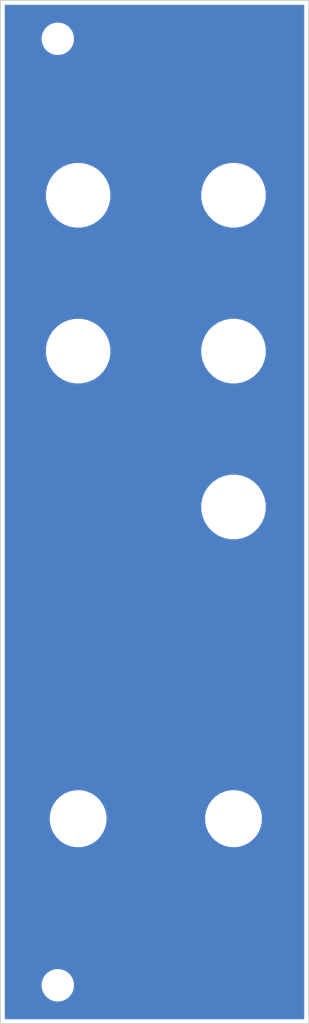
<source format=kicad_pcb>
(kicad_pcb (version 20171130) (host pcbnew 5.1.6-c6e7f7d~86~ubuntu20.04.1)

  (general
    (thickness 1.6)
    (drawings 11)
    (tracks 0)
    (zones 0)
    (modules 9)
    (nets 1)
  )

  (page A4)
  (title_block
    (title Metalizer)
    (date 2020-02-15)
    (rev R01)
    (comment 1 "Original design by Yves Usson")
    (comment 2 "PCB for panel")
    (comment 4 "License CC BY 4.0 - Attribution 4.0 International")
  )

  (layers
    (0 F.Cu signal)
    (31 B.Cu signal hide)
    (32 B.Adhes user)
    (33 F.Adhes user)
    (34 B.Paste user)
    (35 F.Paste user)
    (36 B.SilkS user)
    (37 F.SilkS user)
    (38 B.Mask user)
    (39 F.Mask user)
    (40 Dwgs.User user)
    (41 Cmts.User user)
    (42 Eco1.User user)
    (43 Eco2.User user)
    (44 Edge.Cuts user)
    (45 Margin user)
    (46 B.CrtYd user)
    (47 F.CrtYd user)
    (48 B.Fab user)
    (49 F.Fab user)
  )

  (setup
    (last_trace_width 0.25)
    (trace_clearance 0.2)
    (zone_clearance 0.508)
    (zone_45_only no)
    (trace_min 0.2)
    (via_size 0.8)
    (via_drill 0.4)
    (via_min_size 0.4)
    (via_min_drill 0.3)
    (uvia_size 0.3)
    (uvia_drill 0.1)
    (uvias_allowed no)
    (uvia_min_size 0.2)
    (uvia_min_drill 0.1)
    (edge_width 0.05)
    (segment_width 0.2)
    (pcb_text_width 0.3)
    (pcb_text_size 1.5 1.5)
    (mod_edge_width 0.12)
    (mod_text_size 1 1)
    (mod_text_width 0.15)
    (pad_size 3.2 3.2)
    (pad_drill 3.2)
    (pad_to_mask_clearance 0.051)
    (solder_mask_min_width 0.25)
    (aux_axis_origin 0 0)
    (visible_elements FFFFFF7F)
    (pcbplotparams
      (layerselection 0x010fc_ffffffff)
      (usegerberextensions false)
      (usegerberattributes false)
      (usegerberadvancedattributes false)
      (creategerberjobfile false)
      (excludeedgelayer true)
      (linewidth 0.100000)
      (plotframeref false)
      (viasonmask false)
      (mode 1)
      (useauxorigin false)
      (hpglpennumber 1)
      (hpglpenspeed 20)
      (hpglpendiameter 15.000000)
      (psnegative false)
      (psa4output false)
      (plotreference true)
      (plotvalue true)
      (plotinvisibletext false)
      (padsonsilk false)
      (subtractmaskfromsilk false)
      (outputformat 1)
      (mirror false)
      (drillshape 0)
      (scaleselection 1)
      (outputdirectory "gerbers"))
  )

  (net 0 "")

  (net_class Default "This is the default net class."
    (clearance 0.2)
    (trace_width 0.25)
    (via_dia 0.8)
    (via_drill 0.4)
    (uvia_dia 0.3)
    (uvia_drill 0.1)
  )

  (module elektrophon:panel_potentiometer (layer F.Cu) (tedit 5EE650CE) (tstamp 5E4009DE)
    (at 35.56 71.12)
    (descr "Mounting Hole 8.4mm, no annular, M8")
    (tags "mounting hole 8.4mm no annular m8")
    (path /5E400CC0)
    (attr virtual)
    (fp_text reference H2 (at 0 -9.4) (layer F.SilkS) hide
      (effects (font (size 1 1) (thickness 0.15)))
    )
    (fp_text value cv (at 0 9.144) (layer F.Mask)
      (effects (font (size 2 1.4) (thickness 0.25)))
    )
    (fp_text user %R (at 0.3 0) (layer F.Fab)
      (effects (font (size 1 1) (thickness 0.15)))
    )
    (fp_circle (center 0 0) (end 6.35 0) (layer Cmts.User) (width 0.15))
    (fp_circle (center 0 0) (end 6.6 0) (layer F.CrtYd) (width 0.05))
    (pad "" np_thru_hole circle (at 0 0) (size 7.4 7.4) (drill 7.4) (layers *.Cu *.Mask))
    (model ${KIPRJMOD}/../../../lib/kicad/models/ALPHA-RD901F-40.step
      (offset (xyz 0 0.5 -12))
      (scale (xyz 1 1 1))
      (rotate (xyz 0 0 0))
    )
  )

  (module elektrophon:panel_potentiometer (layer F.Cu) (tedit 5EE650CE) (tstamp 5E4009D6)
    (at 35.56 50.8)
    (descr "Mounting Hole 8.4mm, no annular, M8")
    (tags "mounting hole 8.4mm no annular m8")
    (path /5E400AEC)
    (attr virtual)
    (fp_text reference H1 (at 0 -9.4) (layer F.SilkS) hide
      (effects (font (size 1 1) (thickness 0.15)))
    )
    (fp_text value cv (at 0 9.144) (layer F.Mask)
      (effects (font (size 2 1.4) (thickness 0.25)))
    )
    (fp_text user %R (at 0.3 0) (layer F.Fab)
      (effects (font (size 1 1) (thickness 0.15)))
    )
    (fp_circle (center 0 0) (end 6.35 0) (layer Cmts.User) (width 0.15))
    (fp_circle (center 0 0) (end 6.6 0) (layer F.CrtYd) (width 0.05))
    (pad "" np_thru_hole circle (at 0 0) (size 7.4 7.4) (drill 7.4) (layers *.Cu *.Mask))
    (model ${KIPRJMOD}/../../../lib/kicad/models/ALPHA-RD901F-40.step
      (offset (xyz 0 0.5 -12))
      (scale (xyz 1 1 1))
      (rotate (xyz 0 0 0))
    )
  )

  (module elektrophon:panel_potentiometer (layer F.Cu) (tedit 5EE650CE) (tstamp 5D74AE4D)
    (at 55.88 50.8)
    (descr "Mounting Hole 8.4mm, no annular, M8")
    (tags "mounting hole 8.4mm no annular m8")
    (path /5D743CB7)
    (attr virtual)
    (fp_text reference H4 (at 0 -9.4) (layer F.SilkS) hide
      (effects (font (size 1 1) (thickness 0.15)))
    )
    (fp_text value atten (at 0 9.144) (layer F.Mask) hide
      (effects (font (size 2 1.4) (thickness 0.25)))
    )
    (fp_text user %R (at 0.3 0) (layer F.Fab) hide
      (effects (font (size 1 1) (thickness 0.15)))
    )
    (fp_circle (center 0 0) (end 6.35 0) (layer Cmts.User) (width 0.15))
    (fp_circle (center 0 0) (end 6.6 0) (layer F.CrtYd) (width 0.05))
    (pad "" np_thru_hole circle (at 0 0) (size 7.4 7.4) (drill 7.4) (layers *.Cu *.Mask))
    (model ${KIPRJMOD}/../../../lib/kicad/models/ALPHA-RD901F-40.step
      (offset (xyz 0 0.5 -12))
      (scale (xyz 1 1 1))
      (rotate (xyz 0 0 0))
    )
  )

  (module MountingHole:MountingHole_3.2mm_M3 (layer F.Cu) (tedit 56D1B4CB) (tstamp 5D74B485)
    (at 32.9 30.4)
    (descr "Mounting Hole 3.2mm, no annular, M3")
    (tags "mounting hole 3.2mm no annular m3")
    (path /5D74E4E8)
    (attr virtual)
    (fp_text reference H8 (at 0 -4.2) (layer F.SilkS) hide
      (effects (font (size 1 1) (thickness 0.15)))
    )
    (fp_text value MountingHole (at 0 4.2) (layer F.Fab) hide
      (effects (font (size 1 1) (thickness 0.15)))
    )
    (fp_text user %R (at 0.3 0) (layer F.Fab) hide
      (effects (font (size 1 1) (thickness 0.15)))
    )
    (fp_circle (center 0 0) (end 3.2 0) (layer Cmts.User) (width 0.15))
    (fp_circle (center 0 0) (end 3.45 0) (layer F.CrtYd) (width 0.05))
    (pad 1 np_thru_hole circle (at 0 0) (size 3.2 3.2) (drill 3.2) (layers *.Cu *.Mask))
  )

  (module MountingHole:MountingHole_3.2mm_M3 (layer F.Cu) (tedit 56D1B4CB) (tstamp 5D74B47D)
    (at 32.9 153.8)
    (descr "Mounting Hole 3.2mm, no annular, M3")
    (tags "mounting hole 3.2mm no annular m3")
    (path /5D74E339)
    (attr virtual)
    (fp_text reference H9 (at 0 -4.2) (layer F.SilkS) hide
      (effects (font (size 1 1) (thickness 0.15)))
    )
    (fp_text value MountingHole (at 0 4.2) (layer F.Fab) hide
      (effects (font (size 1 1) (thickness 0.15)))
    )
    (fp_text user %R (at 0.3 0) (layer F.Fab) hide
      (effects (font (size 1 1) (thickness 0.15)))
    )
    (fp_circle (center 0 0) (end 3.2 0) (layer Cmts.User) (width 0.15))
    (fp_circle (center 0 0) (end 3.45 0) (layer F.CrtYd) (width 0.05))
    (pad 1 np_thru_hole circle (at 0 0) (size 3.2 3.2) (drill 3.2) (layers *.Cu *.Mask))
  )

  (module elektrophon:panel_jack (layer F.Cu) (tedit 5DA46DDA) (tstamp 5D74AE6D)
    (at 55.88 132.08)
    (descr "Mounting Hole 8.4mm, no annular, M8")
    (tags "mounting hole 8.4mm no annular m8")
    (path /5D745729)
    (attr virtual)
    (fp_text reference H7 (at 0 -9.4) (layer F.SilkS) hide
      (effects (font (size 1 1) (thickness 0.15)))
    )
    (fp_text value OUT (at 0 9.144) (layer F.Mask) hide
      (effects (font (size 2 1.4) (thickness 0.25)))
    )
    (fp_text user %R (at 0.3 0) (layer F.Fab) hide
      (effects (font (size 1 1) (thickness 0.15)))
    )
    (fp_circle (center 0 0) (end 4 0) (layer Cmts.User) (width 0.15))
    (fp_circle (center 0 0) (end 4.2 0) (layer F.CrtYd) (width 0.05))
    (pad "" np_thru_hole circle (at 0 0) (size 6.4 6.4) (drill 6.4) (layers *.Cu *.Mask))
    (model "${KIPRJMOD}/../../../lib/kicad/models/PJ301M-12 Thonkiconn v0.2.stp"
      (offset (xyz 0 0.8 -10.5))
      (scale (xyz 1 1 1))
      (rotate (xyz 0 0 0))
    )
  )

  (module elektrophon:panel_potentiometer (layer F.Cu) (tedit 5EE650CE) (tstamp 5D74AE5D)
    (at 55.88 91.44)
    (descr "Mounting Hole 8.4mm, no annular, M8")
    (tags "mounting hole 8.4mm no annular m8")
    (path /5D743CC3)
    (attr virtual)
    (fp_text reference H6 (at 0 -9.4) (layer F.SilkS) hide
      (effects (font (size 1 1) (thickness 0.15)))
    )
    (fp_text value shape (at 0 9.144) (layer F.Mask) hide
      (effects (font (size 2 1.4) (thickness 0.25)))
    )
    (fp_text user %R (at 0.3 0) (layer F.Fab) hide
      (effects (font (size 1 1) (thickness 0.15)))
    )
    (fp_circle (center 0 0) (end 6.35 0) (layer Cmts.User) (width 0.15))
    (fp_circle (center 0 0) (end 6.6 0) (layer F.CrtYd) (width 0.05))
    (pad "" np_thru_hole circle (at 0 0) (size 7.4 7.4) (drill 7.4) (layers *.Cu *.Mask))
    (model ${KIPRJMOD}/../../../lib/kicad/models/ALPHA-RD901F-40.step
      (offset (xyz 0 0.5 -12))
      (scale (xyz 1 1 1))
      (rotate (xyz 0 0 0))
    )
  )

  (module elektrophon:panel_potentiometer (layer F.Cu) (tedit 5EE650CE) (tstamp 5D74AE55)
    (at 55.88 71.12)
    (descr "Mounting Hole 8.4mm, no annular, M8")
    (tags "mounting hole 8.4mm no annular m8")
    (path /5D743CBD)
    (attr virtual)
    (fp_text reference H5 (at 0 -9.4) (layer F.SilkS) hide
      (effects (font (size 1 1) (thickness 0.15)))
    )
    (fp_text value atten (at 0 9.144) (layer F.Mask) hide
      (effects (font (size 2 1.4) (thickness 0.25)))
    )
    (fp_text user %R (at 0.3 0) (layer F.Fab) hide
      (effects (font (size 1 1) (thickness 0.15)))
    )
    (fp_circle (center 0 0) (end 6.35 0) (layer Cmts.User) (width 0.15))
    (fp_circle (center 0 0) (end 6.6 0) (layer F.CrtYd) (width 0.05))
    (pad "" np_thru_hole circle (at 0 0) (size 7.4 7.4) (drill 7.4) (layers *.Cu *.Mask))
    (model ${KIPRJMOD}/../../../lib/kicad/models/ALPHA-RD901F-40.step
      (offset (xyz 0 0.5 -12))
      (scale (xyz 1 1 1))
      (rotate (xyz 0 0 0))
    )
  )

  (module elektrophon:panel_jack (layer F.Cu) (tedit 5DA46DDA) (tstamp 5D74AE25)
    (at 35.56 132.08)
    (descr "Mounting Hole 8.4mm, no annular, M8")
    (tags "mounting hole 8.4mm no annular m8")
    (path /5D74571D)
    (attr virtual)
    (fp_text reference H3 (at 0 -9.4) (layer F.SilkS) hide
      (effects (font (size 1 1) (thickness 0.15)))
    )
    (fp_text value IN (at 0 9.144) (layer F.Mask) hide
      (effects (font (size 2 1.4) (thickness 0.25)))
    )
    (fp_text user %R (at 0.3 0) (layer F.Fab) hide
      (effects (font (size 1 1) (thickness 0.15)))
    )
    (fp_circle (center 0 0) (end 4 0) (layer Cmts.User) (width 0.15))
    (fp_circle (center 0 0) (end 4.2 0) (layer F.CrtYd) (width 0.05))
    (pad "" np_thru_hole circle (at 0 0) (size 6.4 6.4) (drill 6.4) (layers *.Cu *.Mask))
    (model "${KIPRJMOD}/../../../lib/kicad/models/PJ301M-12 Thonkiconn v0.2.stp"
      (offset (xyz 0 0.8 -10.5))
      (scale (xyz 1 1 1))
      (rotate (xyz 0 0 0))
    )
  )

  (gr_line (start 55.88 71.12) (end 35.56 71.12) (layer F.Mask) (width 0.25))
  (gr_line (start 35.56 50.8) (end 55.88 50.8) (layer F.Mask) (width 0.25))
  (gr_text out (at 55.88 141.224) (layer F.Mask) (tstamp 5D7E1926)
    (effects (font (size 2 1.4) (thickness 0.25)))
  )
  (gr_text in (at 35.56 141.224) (layer F.Mask) (tstamp 5D7E1924)
    (effects (font (size 2 1.4) (thickness 0.25)))
  )
  (gr_text shape (at 55.88 100.584) (layer F.Mask) (tstamp 5D7E17E2)
    (effects (font (size 2 1.4) (thickness 0.25)))
  )
  (gr_text R01 (at 60.96 153.8) (layer F.Cu)
    (effects (font (size 2 1.4) (thickness 0.25)))
  )
  (gr_text metalizer (at 35.56 104.14 90) (layer F.Mask)
    (effects (font (size 3 3) (thickness 0.35)))
  )
  (gr_line (start 65.7 158.8) (end 25.4 158.8) (layer Edge.Cuts) (width 0.12))
  (gr_line (start 65.7 25.4) (end 65.7 158.8) (layer Edge.Cuts) (width 0.12))
  (gr_line (start 25.4 25.4) (end 25.4 158.8) (layer Edge.Cuts) (width 0.12))
  (gr_line (start 25.4 25.4) (end 65.7 25.4) (layer Edge.Cuts) (width 0.12))

  (zone (net 0) (net_name "") (layer B.Cu) (tstamp 0) (hatch edge 0.508)
    (connect_pads (clearance 0.508))
    (min_thickness 0.254)
    (fill yes (arc_segments 32) (thermal_gap 0.508) (thermal_bridge_width 0.508))
    (polygon
      (pts
        (xy 65.786 158.75) (xy 25.4 158.75) (xy 25.4 25.4) (xy 65.786 25.4)
      )
    )
    (filled_polygon
      (pts
        (xy 65.005001 158.105) (xy 26.095 158.105) (xy 26.095 153.579872) (xy 30.665 153.579872) (xy 30.665 154.020128)
        (xy 30.75089 154.451925) (xy 30.919369 154.858669) (xy 31.163962 155.224729) (xy 31.475271 155.536038) (xy 31.841331 155.780631)
        (xy 32.248075 155.94911) (xy 32.679872 156.035) (xy 33.120128 156.035) (xy 33.551925 155.94911) (xy 33.958669 155.780631)
        (xy 34.324729 155.536038) (xy 34.636038 155.224729) (xy 34.880631 154.858669) (xy 35.04911 154.451925) (xy 35.135 154.020128)
        (xy 35.135 153.579872) (xy 35.04911 153.148075) (xy 34.880631 152.741331) (xy 34.636038 152.375271) (xy 34.324729 152.063962)
        (xy 33.958669 151.819369) (xy 33.551925 151.65089) (xy 33.120128 151.565) (xy 32.679872 151.565) (xy 32.248075 151.65089)
        (xy 31.841331 151.819369) (xy 31.475271 152.063962) (xy 31.163962 152.375271) (xy 30.919369 152.741331) (xy 30.75089 153.148075)
        (xy 30.665 153.579872) (xy 26.095 153.579872) (xy 26.095 131.702285) (xy 31.725 131.702285) (xy 31.725 132.457715)
        (xy 31.872377 133.198628) (xy 32.161467 133.896554) (xy 32.581161 134.52467) (xy 33.11533 135.058839) (xy 33.743446 135.478533)
        (xy 34.441372 135.767623) (xy 35.182285 135.915) (xy 35.937715 135.915) (xy 36.678628 135.767623) (xy 37.376554 135.478533)
        (xy 38.00467 135.058839) (xy 38.538839 134.52467) (xy 38.958533 133.896554) (xy 39.247623 133.198628) (xy 39.395 132.457715)
        (xy 39.395 131.702285) (xy 52.045 131.702285) (xy 52.045 132.457715) (xy 52.192377 133.198628) (xy 52.481467 133.896554)
        (xy 52.901161 134.52467) (xy 53.43533 135.058839) (xy 54.063446 135.478533) (xy 54.761372 135.767623) (xy 55.502285 135.915)
        (xy 56.257715 135.915) (xy 56.998628 135.767623) (xy 57.696554 135.478533) (xy 58.32467 135.058839) (xy 58.858839 134.52467)
        (xy 59.278533 133.896554) (xy 59.567623 133.198628) (xy 59.715 132.457715) (xy 59.715 131.702285) (xy 59.567623 130.961372)
        (xy 59.278533 130.263446) (xy 58.858839 129.63533) (xy 58.32467 129.101161) (xy 57.696554 128.681467) (xy 56.998628 128.392377)
        (xy 56.257715 128.245) (xy 55.502285 128.245) (xy 54.761372 128.392377) (xy 54.063446 128.681467) (xy 53.43533 129.101161)
        (xy 52.901161 129.63533) (xy 52.481467 130.263446) (xy 52.192377 130.961372) (xy 52.045 131.702285) (xy 39.395 131.702285)
        (xy 39.247623 130.961372) (xy 38.958533 130.263446) (xy 38.538839 129.63533) (xy 38.00467 129.101161) (xy 37.376554 128.681467)
        (xy 36.678628 128.392377) (xy 35.937715 128.245) (xy 35.182285 128.245) (xy 34.441372 128.392377) (xy 33.743446 128.681467)
        (xy 33.11533 129.101161) (xy 32.581161 129.63533) (xy 32.161467 130.263446) (xy 31.872377 130.961372) (xy 31.725 131.702285)
        (xy 26.095 131.702285) (xy 26.095 91.01304) (xy 51.545 91.01304) (xy 51.545 91.86696) (xy 51.711592 92.704473)
        (xy 52.038373 93.493392) (xy 52.512786 94.203401) (xy 53.116599 94.807214) (xy 53.826608 95.281627) (xy 54.615527 95.608408)
        (xy 55.45304 95.775) (xy 56.30696 95.775) (xy 57.144473 95.608408) (xy 57.933392 95.281627) (xy 58.643401 94.807214)
        (xy 59.247214 94.203401) (xy 59.721627 93.493392) (xy 60.048408 92.704473) (xy 60.215 91.86696) (xy 60.215 91.01304)
        (xy 60.048408 90.175527) (xy 59.721627 89.386608) (xy 59.247214 88.676599) (xy 58.643401 88.072786) (xy 57.933392 87.598373)
        (xy 57.144473 87.271592) (xy 56.30696 87.105) (xy 55.45304 87.105) (xy 54.615527 87.271592) (xy 53.826608 87.598373)
        (xy 53.116599 88.072786) (xy 52.512786 88.676599) (xy 52.038373 89.386608) (xy 51.711592 90.175527) (xy 51.545 91.01304)
        (xy 26.095 91.01304) (xy 26.095 70.69304) (xy 31.225 70.69304) (xy 31.225 71.54696) (xy 31.391592 72.384473)
        (xy 31.718373 73.173392) (xy 32.192786 73.883401) (xy 32.796599 74.487214) (xy 33.506608 74.961627) (xy 34.295527 75.288408)
        (xy 35.13304 75.455) (xy 35.98696 75.455) (xy 36.824473 75.288408) (xy 37.613392 74.961627) (xy 38.323401 74.487214)
        (xy 38.927214 73.883401) (xy 39.401627 73.173392) (xy 39.728408 72.384473) (xy 39.895 71.54696) (xy 39.895 70.69304)
        (xy 51.545 70.69304) (xy 51.545 71.54696) (xy 51.711592 72.384473) (xy 52.038373 73.173392) (xy 52.512786 73.883401)
        (xy 53.116599 74.487214) (xy 53.826608 74.961627) (xy 54.615527 75.288408) (xy 55.45304 75.455) (xy 56.30696 75.455)
        (xy 57.144473 75.288408) (xy 57.933392 74.961627) (xy 58.643401 74.487214) (xy 59.247214 73.883401) (xy 59.721627 73.173392)
        (xy 60.048408 72.384473) (xy 60.215 71.54696) (xy 60.215 70.69304) (xy 60.048408 69.855527) (xy 59.721627 69.066608)
        (xy 59.247214 68.356599) (xy 58.643401 67.752786) (xy 57.933392 67.278373) (xy 57.144473 66.951592) (xy 56.30696 66.785)
        (xy 55.45304 66.785) (xy 54.615527 66.951592) (xy 53.826608 67.278373) (xy 53.116599 67.752786) (xy 52.512786 68.356599)
        (xy 52.038373 69.066608) (xy 51.711592 69.855527) (xy 51.545 70.69304) (xy 39.895 70.69304) (xy 39.728408 69.855527)
        (xy 39.401627 69.066608) (xy 38.927214 68.356599) (xy 38.323401 67.752786) (xy 37.613392 67.278373) (xy 36.824473 66.951592)
        (xy 35.98696 66.785) (xy 35.13304 66.785) (xy 34.295527 66.951592) (xy 33.506608 67.278373) (xy 32.796599 67.752786)
        (xy 32.192786 68.356599) (xy 31.718373 69.066608) (xy 31.391592 69.855527) (xy 31.225 70.69304) (xy 26.095 70.69304)
        (xy 26.095 50.37304) (xy 31.225 50.37304) (xy 31.225 51.22696) (xy 31.391592 52.064473) (xy 31.718373 52.853392)
        (xy 32.192786 53.563401) (xy 32.796599 54.167214) (xy 33.506608 54.641627) (xy 34.295527 54.968408) (xy 35.13304 55.135)
        (xy 35.98696 55.135) (xy 36.824473 54.968408) (xy 37.613392 54.641627) (xy 38.323401 54.167214) (xy 38.927214 53.563401)
        (xy 39.401627 52.853392) (xy 39.728408 52.064473) (xy 39.895 51.22696) (xy 39.895 50.37304) (xy 51.545 50.37304)
        (xy 51.545 51.22696) (xy 51.711592 52.064473) (xy 52.038373 52.853392) (xy 52.512786 53.563401) (xy 53.116599 54.167214)
        (xy 53.826608 54.641627) (xy 54.615527 54.968408) (xy 55.45304 55.135) (xy 56.30696 55.135) (xy 57.144473 54.968408)
        (xy 57.933392 54.641627) (xy 58.643401 54.167214) (xy 59.247214 53.563401) (xy 59.721627 52.853392) (xy 60.048408 52.064473)
        (xy 60.215 51.22696) (xy 60.215 50.37304) (xy 60.048408 49.535527) (xy 59.721627 48.746608) (xy 59.247214 48.036599)
        (xy 58.643401 47.432786) (xy 57.933392 46.958373) (xy 57.144473 46.631592) (xy 56.30696 46.465) (xy 55.45304 46.465)
        (xy 54.615527 46.631592) (xy 53.826608 46.958373) (xy 53.116599 47.432786) (xy 52.512786 48.036599) (xy 52.038373 48.746608)
        (xy 51.711592 49.535527) (xy 51.545 50.37304) (xy 39.895 50.37304) (xy 39.728408 49.535527) (xy 39.401627 48.746608)
        (xy 38.927214 48.036599) (xy 38.323401 47.432786) (xy 37.613392 46.958373) (xy 36.824473 46.631592) (xy 35.98696 46.465)
        (xy 35.13304 46.465) (xy 34.295527 46.631592) (xy 33.506608 46.958373) (xy 32.796599 47.432786) (xy 32.192786 48.036599)
        (xy 31.718373 48.746608) (xy 31.391592 49.535527) (xy 31.225 50.37304) (xy 26.095 50.37304) (xy 26.095 30.179872)
        (xy 30.665 30.179872) (xy 30.665 30.620128) (xy 30.75089 31.051925) (xy 30.919369 31.458669) (xy 31.163962 31.824729)
        (xy 31.475271 32.136038) (xy 31.841331 32.380631) (xy 32.248075 32.54911) (xy 32.679872 32.635) (xy 33.120128 32.635)
        (xy 33.551925 32.54911) (xy 33.958669 32.380631) (xy 34.324729 32.136038) (xy 34.636038 31.824729) (xy 34.880631 31.458669)
        (xy 35.04911 31.051925) (xy 35.135 30.620128) (xy 35.135 30.179872) (xy 35.04911 29.748075) (xy 34.880631 29.341331)
        (xy 34.636038 28.975271) (xy 34.324729 28.663962) (xy 33.958669 28.419369) (xy 33.551925 28.25089) (xy 33.120128 28.165)
        (xy 32.679872 28.165) (xy 32.248075 28.25089) (xy 31.841331 28.419369) (xy 31.475271 28.663962) (xy 31.163962 28.975271)
        (xy 30.919369 29.341331) (xy 30.75089 29.748075) (xy 30.665 30.179872) (xy 26.095 30.179872) (xy 26.095 26.095)
        (xy 65.005 26.095)
      )
    )
  )
)

</source>
